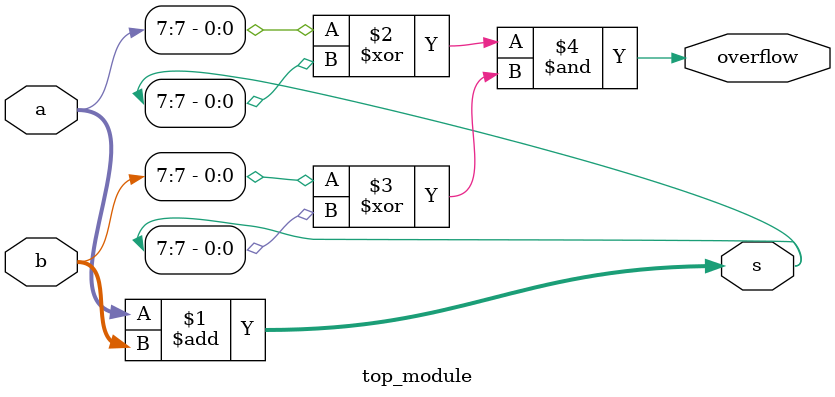
<source format=v>

module top_module (
    input [7:0] a, b,
    output [7:0] s,
    output overflow
);
    assign s = a + b;
    assign overflow = (a[7] ^ s[7]) & (b[7] ^ s[7]);
endmodule
</source>
